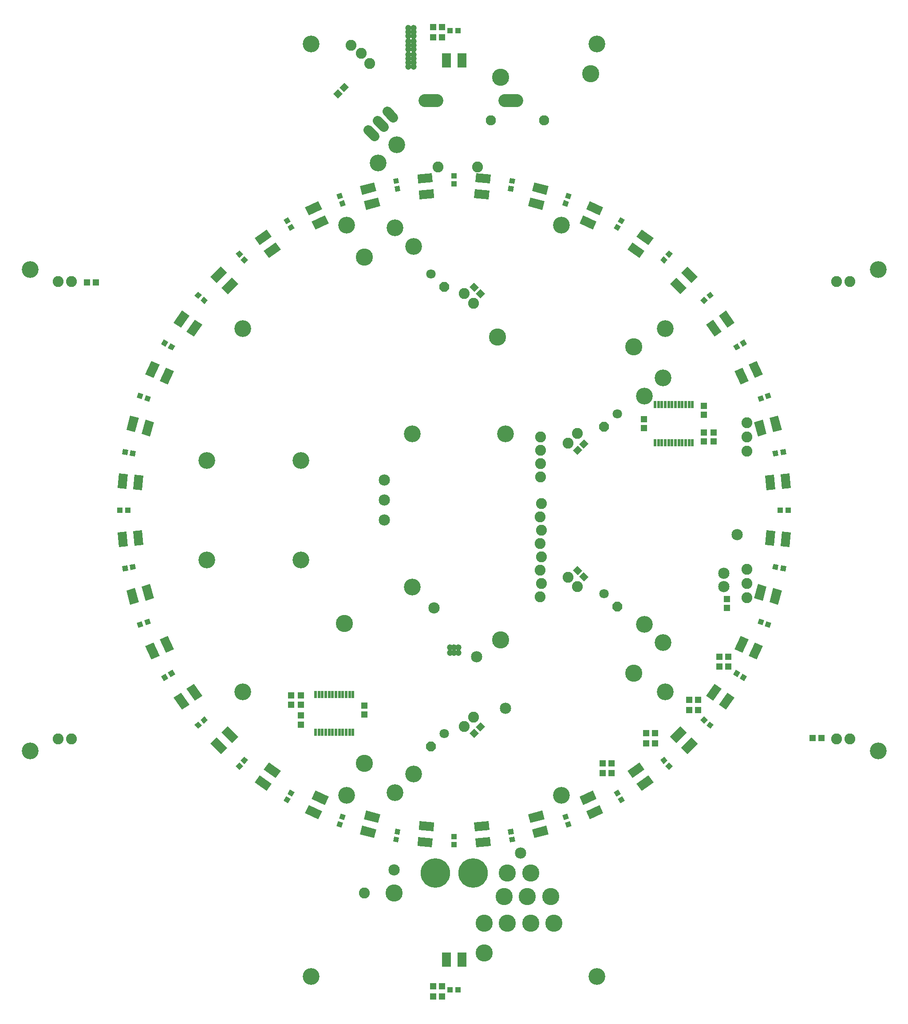
<source format=gbr>
G04 EAGLE Gerber RS-274X export*
G75*
%MOMM*%
%FSLAX34Y34*%
%LPD*%
%INSoldermask Bottom*%
%IPPOS*%
%AMOC8*
5,1,8,0,0,1.08239X$1,22.5*%
G01*
%ADD10C,3.203200*%
%ADD11R,1.703200X2.803200*%
%ADD12R,1.203200X1.303200*%
%ADD13C,2.082800*%
%ADD14R,0.603200X1.453200*%
%ADD15R,1.003200X1.003200*%
%ADD16R,1.003200X1.003200*%
%ADD17R,1.303200X1.203200*%
%ADD18P,1.951982X8X337.500000*%
%ADD19C,1.803400*%
%ADD20P,1.951982X8X247.500000*%
%ADD21C,1.193800*%
%ADD22C,1.828800*%
%ADD23C,1.930400*%
%ADD24C,2.451100*%
%ADD25C,2.153200*%
%ADD26C,3.269200*%
%ADD27C,5.619200*%


D10*
X-809070Y458580D03*
X-809070Y-458580D03*
X-403040Y-345960D03*
X-471920Y-95000D03*
X-291920Y-95000D03*
X-291920Y95000D03*
X-471920Y95000D03*
X-79880Y145970D03*
X-79880Y-146130D03*
X97920Y145970D03*
X-403040Y345960D03*
X-205050Y543950D03*
X205050Y543950D03*
X403040Y345960D03*
X809070Y458580D03*
X272450Y889200D03*
X-272450Y889200D03*
X-272450Y-889200D03*
X272450Y-889200D03*
X205050Y-543950D03*
X403040Y-345960D03*
X-205050Y-543950D03*
X809070Y-458580D03*
D11*
G36*
X-595435Y38029D02*
X-612402Y39513D01*
X-609959Y67437D01*
X-592992Y65953D01*
X-595435Y38029D01*
G37*
G36*
X-625321Y40643D02*
X-642288Y42127D01*
X-639845Y70051D01*
X-622878Y68567D01*
X-625321Y40643D01*
G37*
D12*
X520700Y-169300D03*
X520700Y-186300D03*
D13*
X558800Y-112522D03*
X558800Y-139700D03*
X558800Y-166878D03*
D11*
G36*
X-579783Y140846D02*
X-596234Y145254D01*
X-588979Y172330D01*
X-572528Y167922D01*
X-579783Y140846D01*
G37*
G36*
X-608761Y148610D02*
X-625212Y153018D01*
X-617957Y180094D01*
X-601506Y175686D01*
X-608761Y148610D01*
G37*
G36*
X-546521Y239380D02*
X-561956Y246578D01*
X-550109Y271982D01*
X-534674Y264784D01*
X-546521Y239380D01*
G37*
G36*
X-573711Y252058D02*
X-589146Y259256D01*
X-577299Y284660D01*
X-561864Y277462D01*
X-573711Y252058D01*
G37*
G36*
X-496646Y330651D02*
X-510598Y340420D01*
X-494520Y363381D01*
X-480568Y353612D01*
X-496646Y330651D01*
G37*
G36*
X-521220Y347859D02*
X-535172Y357628D01*
X-519094Y380589D01*
X-505142Y370820D01*
X-521220Y347859D01*
G37*
G36*
X-431692Y411871D02*
X-443735Y423914D01*
X-423914Y443735D01*
X-411871Y431692D01*
X-431692Y411871D01*
G37*
G36*
X-452906Y433085D02*
X-464949Y445128D01*
X-445128Y464949D01*
X-433085Y452906D01*
X-452906Y433085D01*
G37*
G36*
X-353612Y480568D02*
X-363381Y494520D01*
X-340420Y510598D01*
X-330651Y496646D01*
X-353612Y480568D01*
G37*
G36*
X-370820Y505142D02*
X-380589Y519094D01*
X-357628Y535172D01*
X-347859Y521220D01*
X-370820Y505142D01*
G37*
G36*
X-264784Y534674D02*
X-271982Y550109D01*
X-246578Y561956D01*
X-239380Y546521D01*
X-264784Y534674D01*
G37*
G36*
X-277462Y561864D02*
X-284660Y577299D01*
X-259256Y589146D01*
X-252058Y573711D01*
X-277462Y561864D01*
G37*
G36*
X-167922Y572528D02*
X-172330Y588979D01*
X-145254Y596234D01*
X-140846Y579783D01*
X-167922Y572528D01*
G37*
G36*
X-175686Y601506D02*
X-180094Y617957D01*
X-153018Y625212D01*
X-148610Y608761D01*
X-175686Y601506D01*
G37*
G36*
X-65953Y592992D02*
X-67437Y609959D01*
X-39513Y612402D01*
X-38029Y595435D01*
X-65953Y592992D01*
G37*
G36*
X-68567Y622878D02*
X-70051Y639845D01*
X-42127Y642288D01*
X-40643Y625321D01*
X-68567Y622878D01*
G37*
G36*
X38029Y595435D02*
X39513Y612402D01*
X67437Y609959D01*
X65953Y592992D01*
X38029Y595435D01*
G37*
G36*
X40643Y625321D02*
X42127Y642288D01*
X70051Y639845D01*
X68567Y622878D01*
X40643Y625321D01*
G37*
G36*
X140846Y579783D02*
X145254Y596234D01*
X172330Y588979D01*
X167922Y572528D01*
X140846Y579783D01*
G37*
G36*
X148610Y608761D02*
X153018Y625212D01*
X180094Y617957D01*
X175686Y601506D01*
X148610Y608761D01*
G37*
G36*
X239380Y546521D02*
X246578Y561956D01*
X271982Y550109D01*
X264784Y534674D01*
X239380Y546521D01*
G37*
G36*
X252058Y573711D02*
X259256Y589146D01*
X284660Y577299D01*
X277462Y561864D01*
X252058Y573711D01*
G37*
G36*
X330651Y496646D02*
X340420Y510598D01*
X363381Y494520D01*
X353612Y480568D01*
X330651Y496646D01*
G37*
G36*
X347859Y521220D02*
X357628Y535172D01*
X380589Y519094D01*
X370820Y505142D01*
X347859Y521220D01*
G37*
G36*
X411871Y431692D02*
X423914Y443735D01*
X443735Y423914D01*
X431692Y411871D01*
X411871Y431692D01*
G37*
G36*
X433085Y452906D02*
X445128Y464949D01*
X464949Y445128D01*
X452906Y433085D01*
X433085Y452906D01*
G37*
G36*
X480568Y353612D02*
X494520Y363381D01*
X510598Y340420D01*
X496646Y330651D01*
X480568Y353612D01*
G37*
G36*
X505142Y370820D02*
X519094Y380589D01*
X535172Y357628D01*
X521220Y347859D01*
X505142Y370820D01*
G37*
G36*
X534674Y264784D02*
X550109Y271982D01*
X561956Y246578D01*
X546521Y239380D01*
X534674Y264784D01*
G37*
G36*
X561864Y277462D02*
X577299Y284660D01*
X589146Y259256D01*
X573711Y252058D01*
X561864Y277462D01*
G37*
G36*
X572528Y167922D02*
X588979Y172330D01*
X596234Y145254D01*
X579783Y140846D01*
X572528Y167922D01*
G37*
G36*
X601506Y175686D02*
X617957Y180094D01*
X625212Y153018D01*
X608761Y148610D01*
X601506Y175686D01*
G37*
G36*
X592992Y65953D02*
X609959Y67437D01*
X612402Y39513D01*
X595435Y38029D01*
X592992Y65953D01*
G37*
G36*
X622878Y68567D02*
X639845Y70051D01*
X642288Y42127D01*
X625321Y40643D01*
X622878Y68567D01*
G37*
G36*
X595435Y-38029D02*
X612402Y-39513D01*
X609959Y-67437D01*
X592992Y-65953D01*
X595435Y-38029D01*
G37*
G36*
X625321Y-40643D02*
X642288Y-42127D01*
X639845Y-70051D01*
X622878Y-68567D01*
X625321Y-40643D01*
G37*
G36*
X579783Y-140846D02*
X596234Y-145254D01*
X588979Y-172330D01*
X572528Y-167922D01*
X579783Y-140846D01*
G37*
G36*
X608761Y-148610D02*
X625212Y-153018D01*
X617957Y-180094D01*
X601506Y-175686D01*
X608761Y-148610D01*
G37*
G36*
X546521Y-239380D02*
X561956Y-246578D01*
X550109Y-271982D01*
X534674Y-264784D01*
X546521Y-239380D01*
G37*
G36*
X573711Y-252058D02*
X589146Y-259256D01*
X577299Y-284660D01*
X561864Y-277462D01*
X573711Y-252058D01*
G37*
G36*
X496646Y-330651D02*
X510598Y-340420D01*
X494520Y-363381D01*
X480568Y-353612D01*
X496646Y-330651D01*
G37*
G36*
X521220Y-347859D02*
X535172Y-357628D01*
X519094Y-380589D01*
X505142Y-370820D01*
X521220Y-347859D01*
G37*
G36*
X431692Y-411871D02*
X443735Y-423914D01*
X423914Y-443735D01*
X411871Y-431692D01*
X431692Y-411871D01*
G37*
G36*
X452906Y-433085D02*
X464949Y-445128D01*
X445128Y-464949D01*
X433085Y-452906D01*
X452906Y-433085D01*
G37*
G36*
X353612Y-480568D02*
X363381Y-494520D01*
X340420Y-510598D01*
X330651Y-496646D01*
X353612Y-480568D01*
G37*
G36*
X370820Y-505142D02*
X380589Y-519094D01*
X357628Y-535172D01*
X347859Y-521220D01*
X370820Y-505142D01*
G37*
G36*
X264784Y-534674D02*
X271982Y-550109D01*
X246578Y-561956D01*
X239380Y-546521D01*
X264784Y-534674D01*
G37*
G36*
X277462Y-561864D02*
X284660Y-577299D01*
X259256Y-589146D01*
X252058Y-573711D01*
X277462Y-561864D01*
G37*
G36*
X167922Y-572528D02*
X172330Y-588979D01*
X145254Y-596234D01*
X140846Y-579783D01*
X167922Y-572528D01*
G37*
G36*
X175686Y-601506D02*
X180094Y-617957D01*
X153018Y-625212D01*
X148610Y-608761D01*
X175686Y-601506D01*
G37*
G36*
X65953Y-592992D02*
X67437Y-609959D01*
X39513Y-612402D01*
X38029Y-595435D01*
X65953Y-592992D01*
G37*
G36*
X68567Y-622878D02*
X70051Y-639845D01*
X42127Y-642288D01*
X40643Y-625321D01*
X68567Y-622878D01*
G37*
G36*
X-38029Y-595435D02*
X-39513Y-612402D01*
X-67437Y-609959D01*
X-65953Y-592992D01*
X-38029Y-595435D01*
G37*
G36*
X-40643Y-625321D02*
X-42127Y-642288D01*
X-70051Y-639845D01*
X-68567Y-622878D01*
X-40643Y-625321D01*
G37*
G36*
X-140846Y-579783D02*
X-145254Y-596234D01*
X-172330Y-588979D01*
X-167922Y-572528D01*
X-140846Y-579783D01*
G37*
G36*
X-148610Y-608761D02*
X-153018Y-625212D01*
X-180094Y-617957D01*
X-175686Y-601506D01*
X-148610Y-608761D01*
G37*
G36*
X-239380Y-546521D02*
X-246578Y-561956D01*
X-271982Y-550109D01*
X-264784Y-534674D01*
X-239380Y-546521D01*
G37*
G36*
X-252058Y-573711D02*
X-259256Y-589146D01*
X-284660Y-577299D01*
X-277462Y-561864D01*
X-252058Y-573711D01*
G37*
G36*
X-330651Y-496646D02*
X-340420Y-510598D01*
X-363381Y-494520D01*
X-353612Y-480568D01*
X-330651Y-496646D01*
G37*
G36*
X-347859Y-521220D02*
X-357628Y-535172D01*
X-380589Y-519094D01*
X-370820Y-505142D01*
X-347859Y-521220D01*
G37*
G36*
X-411871Y-431692D02*
X-423914Y-443735D01*
X-443735Y-423914D01*
X-431692Y-411871D01*
X-411871Y-431692D01*
G37*
G36*
X-433085Y-452906D02*
X-445128Y-464949D01*
X-464949Y-445128D01*
X-452906Y-433085D01*
X-433085Y-452906D01*
G37*
G36*
X-480568Y-353612D02*
X-494520Y-363381D01*
X-510598Y-340420D01*
X-496646Y-330651D01*
X-480568Y-353612D01*
G37*
G36*
X-505142Y-370820D02*
X-519094Y-380589D01*
X-535172Y-357628D01*
X-521220Y-347859D01*
X-505142Y-370820D01*
G37*
G36*
X-534674Y-264784D02*
X-550109Y-271982D01*
X-561956Y-246578D01*
X-546521Y-239380D01*
X-534674Y-264784D01*
G37*
G36*
X-561864Y-277462D02*
X-577299Y-284660D01*
X-589146Y-259256D01*
X-573711Y-252058D01*
X-561864Y-277462D01*
G37*
G36*
X-572528Y-167922D02*
X-588979Y-172330D01*
X-596234Y-145254D01*
X-579783Y-140846D01*
X-572528Y-167922D01*
G37*
G36*
X-601506Y-175686D02*
X-617957Y-180094D01*
X-625212Y-153018D01*
X-608761Y-148610D01*
X-601506Y-175686D01*
G37*
G36*
X-592992Y-65953D02*
X-609959Y-67437D01*
X-612402Y-39513D01*
X-595435Y-38029D01*
X-592992Y-65953D01*
G37*
G36*
X-622878Y-68567D02*
X-639845Y-70051D01*
X-642288Y-42127D01*
X-625321Y-40643D01*
X-622878Y-68567D01*
G37*
D14*
X454850Y128850D03*
X448350Y128850D03*
X441850Y128850D03*
X435350Y128850D03*
X428850Y128850D03*
X422350Y128850D03*
X415850Y128850D03*
X409350Y128850D03*
X402850Y128850D03*
X396350Y128850D03*
X389850Y128850D03*
X383350Y128850D03*
X396350Y201350D03*
X402850Y201350D03*
X409350Y201350D03*
X415850Y201350D03*
X422350Y201350D03*
X428850Y201350D03*
X435350Y201350D03*
X441850Y201350D03*
X448350Y201350D03*
X454850Y201350D03*
X389850Y201350D03*
X383350Y201350D03*
D15*
X-637500Y0D03*
X-622500Y0D03*
D16*
G36*
X-623748Y104892D02*
X-633626Y106634D01*
X-631884Y116512D01*
X-622006Y114770D01*
X-623748Y104892D01*
G37*
G36*
X-608976Y102288D02*
X-618854Y104030D01*
X-617112Y113908D01*
X-607234Y112166D01*
X-608976Y102288D01*
G37*
G36*
X-596061Y211606D02*
X-605487Y215038D01*
X-602055Y224464D01*
X-592629Y221032D01*
X-596061Y211606D01*
G37*
G36*
X-581965Y206476D02*
X-591391Y209908D01*
X-587959Y219334D01*
X-578533Y215902D01*
X-581965Y206476D01*
G37*
G36*
X-550260Y311899D02*
X-558946Y316915D01*
X-553930Y325601D01*
X-545244Y320585D01*
X-550260Y311899D01*
G37*
G36*
X-537270Y304399D02*
X-545956Y309415D01*
X-540940Y318101D01*
X-532254Y313085D01*
X-537270Y304399D01*
G37*
G36*
X-487737Y402715D02*
X-495421Y409163D01*
X-488973Y416847D01*
X-481289Y410399D01*
X-487737Y402715D01*
G37*
G36*
X-476247Y393073D02*
X-483931Y399521D01*
X-477483Y407205D01*
X-469799Y400757D01*
X-476247Y393073D01*
G37*
G36*
X-410399Y481289D02*
X-416847Y488973D01*
X-409163Y495421D01*
X-402715Y487737D01*
X-410399Y481289D01*
G37*
G36*
X-400757Y469799D02*
X-407205Y477483D01*
X-399521Y483931D01*
X-393073Y476247D01*
X-400757Y469799D01*
G37*
G36*
X-320585Y545244D02*
X-325601Y553930D01*
X-316915Y558946D01*
X-311899Y550260D01*
X-320585Y545244D01*
G37*
G36*
X-313085Y532254D02*
X-318101Y540940D01*
X-309415Y545956D01*
X-304399Y537270D01*
X-313085Y532254D01*
G37*
G36*
X-221032Y592629D02*
X-224464Y602055D01*
X-215038Y605487D01*
X-211606Y596061D01*
X-221032Y592629D01*
G37*
G36*
X-215902Y578533D02*
X-219334Y587959D01*
X-209908Y591391D01*
X-206476Y581965D01*
X-215902Y578533D01*
G37*
G36*
X-114770Y622006D02*
X-116512Y631884D01*
X-106634Y633626D01*
X-104892Y623748D01*
X-114770Y622006D01*
G37*
G36*
X-112166Y607234D02*
X-113908Y617112D01*
X-104030Y618854D01*
X-102288Y608976D01*
X-112166Y607234D01*
G37*
D15*
X0Y637500D03*
X0Y622500D03*
D16*
G36*
X104892Y623748D02*
X106634Y633626D01*
X116512Y631884D01*
X114770Y622006D01*
X104892Y623748D01*
G37*
G36*
X102288Y608976D02*
X104030Y618854D01*
X113908Y617112D01*
X112166Y607234D01*
X102288Y608976D01*
G37*
G36*
X211606Y596061D02*
X215038Y605487D01*
X224464Y602055D01*
X221032Y592629D01*
X211606Y596061D01*
G37*
G36*
X206476Y581965D02*
X209908Y591391D01*
X219334Y587959D01*
X215902Y578533D01*
X206476Y581965D01*
G37*
G36*
X311899Y550260D02*
X316915Y558946D01*
X325601Y553930D01*
X320585Y545244D01*
X311899Y550260D01*
G37*
G36*
X304399Y537270D02*
X309415Y545956D01*
X318101Y540940D01*
X313085Y532254D01*
X304399Y537270D01*
G37*
G36*
X402715Y487737D02*
X409163Y495421D01*
X416847Y488973D01*
X410399Y481289D01*
X402715Y487737D01*
G37*
G36*
X393073Y476247D02*
X399521Y483931D01*
X407205Y477483D01*
X400757Y469799D01*
X393073Y476247D01*
G37*
G36*
X481289Y410399D02*
X488973Y416847D01*
X495421Y409163D01*
X487737Y402715D01*
X481289Y410399D01*
G37*
G36*
X469799Y400757D02*
X477483Y407205D01*
X483931Y399521D01*
X476247Y393073D01*
X469799Y400757D01*
G37*
G36*
X545244Y320585D02*
X553930Y325601D01*
X558946Y316915D01*
X550260Y311899D01*
X545244Y320585D01*
G37*
G36*
X532254Y313085D02*
X540940Y318101D01*
X545956Y309415D01*
X537270Y304399D01*
X532254Y313085D01*
G37*
D12*
X476250Y199000D03*
X476250Y182000D03*
X361950Y156600D03*
X361950Y173600D03*
X495300Y148200D03*
X495300Y131200D03*
D14*
X-264350Y-351100D03*
X-257850Y-351100D03*
X-251350Y-351100D03*
X-244850Y-351100D03*
X-238350Y-351100D03*
X-231850Y-351100D03*
X-225350Y-351100D03*
X-218850Y-351100D03*
X-212350Y-351100D03*
X-205850Y-351100D03*
X-199350Y-351100D03*
X-192850Y-351100D03*
X-205850Y-423600D03*
X-212350Y-423600D03*
X-218850Y-423600D03*
X-225350Y-423600D03*
X-231850Y-423600D03*
X-238350Y-423600D03*
X-244850Y-423600D03*
X-251350Y-423600D03*
X-257850Y-423600D03*
X-264350Y-423600D03*
X-199350Y-423600D03*
X-192850Y-423600D03*
D16*
G36*
X592629Y221032D02*
X602055Y224464D01*
X605487Y215038D01*
X596061Y211606D01*
X592629Y221032D01*
G37*
G36*
X578533Y215902D02*
X587959Y219334D01*
X591391Y209908D01*
X581965Y206476D01*
X578533Y215902D01*
G37*
G36*
X622006Y114770D02*
X631884Y116512D01*
X633626Y106634D01*
X623748Y104892D01*
X622006Y114770D01*
G37*
G36*
X607234Y112166D02*
X617112Y113908D01*
X618854Y104030D01*
X608976Y102288D01*
X607234Y112166D01*
G37*
D15*
X637500Y0D03*
X622500Y0D03*
D16*
G36*
X623748Y-104892D02*
X633626Y-106634D01*
X631884Y-116512D01*
X622006Y-114770D01*
X623748Y-104892D01*
G37*
G36*
X608976Y-102288D02*
X618854Y-104030D01*
X617112Y-113908D01*
X607234Y-112166D01*
X608976Y-102288D01*
G37*
G36*
X596061Y-211606D02*
X605487Y-215038D01*
X602055Y-224464D01*
X592629Y-221032D01*
X596061Y-211606D01*
G37*
G36*
X581965Y-206476D02*
X591391Y-209908D01*
X587959Y-219334D01*
X578533Y-215902D01*
X581965Y-206476D01*
G37*
G36*
X550260Y-311899D02*
X558946Y-316915D01*
X553930Y-325601D01*
X545244Y-320585D01*
X550260Y-311899D01*
G37*
G36*
X537270Y-304399D02*
X545956Y-309415D01*
X540940Y-318101D01*
X532254Y-313085D01*
X537270Y-304399D01*
G37*
G36*
X487737Y-402715D02*
X495421Y-409163D01*
X488973Y-416847D01*
X481289Y-410399D01*
X487737Y-402715D01*
G37*
G36*
X476247Y-393073D02*
X483931Y-399521D01*
X477483Y-407205D01*
X469799Y-400757D01*
X476247Y-393073D01*
G37*
G36*
X410399Y-481289D02*
X416847Y-488973D01*
X409163Y-495421D01*
X402715Y-487737D01*
X410399Y-481289D01*
G37*
G36*
X400757Y-469799D02*
X407205Y-477483D01*
X399521Y-483931D01*
X393073Y-476247D01*
X400757Y-469799D01*
G37*
G36*
X320585Y-545244D02*
X325601Y-553930D01*
X316915Y-558946D01*
X311899Y-550260D01*
X320585Y-545244D01*
G37*
G36*
X313085Y-532254D02*
X318101Y-540940D01*
X309415Y-545956D01*
X304399Y-537270D01*
X313085Y-532254D01*
G37*
G36*
X221032Y-592629D02*
X224464Y-602055D01*
X215038Y-605487D01*
X211606Y-596061D01*
X221032Y-592629D01*
G37*
G36*
X215902Y-578533D02*
X219334Y-587959D01*
X209908Y-591391D01*
X206476Y-581965D01*
X215902Y-578533D01*
G37*
G36*
X114770Y-622006D02*
X116512Y-631884D01*
X106634Y-633626D01*
X104892Y-623748D01*
X114770Y-622006D01*
G37*
G36*
X112166Y-607234D02*
X113908Y-617112D01*
X104030Y-618854D01*
X102288Y-608976D01*
X112166Y-607234D01*
G37*
D15*
X0Y-637500D03*
X0Y-622500D03*
D16*
G36*
X-104892Y-623748D02*
X-106634Y-633626D01*
X-116512Y-631884D01*
X-114770Y-622006D01*
X-104892Y-623748D01*
G37*
G36*
X-102288Y-608976D02*
X-104030Y-618854D01*
X-113908Y-617112D01*
X-112166Y-607234D01*
X-102288Y-608976D01*
G37*
G36*
X-211606Y-596061D02*
X-215038Y-605487D01*
X-224464Y-602055D01*
X-221032Y-592629D01*
X-211606Y-596061D01*
G37*
G36*
X-206476Y-581965D02*
X-209908Y-591391D01*
X-219334Y-587959D01*
X-215902Y-578533D01*
X-206476Y-581965D01*
G37*
G36*
X-311899Y-550260D02*
X-316915Y-558946D01*
X-325601Y-553930D01*
X-320585Y-545244D01*
X-311899Y-550260D01*
G37*
G36*
X-304399Y-537270D02*
X-309415Y-545956D01*
X-318101Y-540940D01*
X-313085Y-532254D01*
X-304399Y-537270D01*
G37*
G36*
X-402715Y-487737D02*
X-409163Y-495421D01*
X-416847Y-488973D01*
X-410399Y-481289D01*
X-402715Y-487737D01*
G37*
G36*
X-393073Y-476247D02*
X-399521Y-483931D01*
X-407205Y-477483D01*
X-400757Y-469799D01*
X-393073Y-476247D01*
G37*
D12*
X-292100Y-408550D03*
X-292100Y-391550D03*
X-171450Y-372500D03*
X-171450Y-389500D03*
X-292100Y-370450D03*
X-292100Y-353450D03*
D16*
G36*
X-481289Y-410399D02*
X-488973Y-416847D01*
X-495421Y-409163D01*
X-487737Y-402715D01*
X-481289Y-410399D01*
G37*
G36*
X-469799Y-400757D02*
X-477483Y-407205D01*
X-483931Y-399521D01*
X-476247Y-393073D01*
X-469799Y-400757D01*
G37*
G36*
X-545244Y-320585D02*
X-553930Y-325601D01*
X-558946Y-316915D01*
X-550260Y-311899D01*
X-545244Y-320585D01*
G37*
G36*
X-532254Y-313085D02*
X-540940Y-318101D01*
X-545956Y-309415D01*
X-537270Y-304399D01*
X-532254Y-313085D01*
G37*
G36*
X-592629Y-221032D02*
X-602055Y-224464D01*
X-605487Y-215038D01*
X-596061Y-211606D01*
X-592629Y-221032D01*
G37*
G36*
X-578533Y-215902D02*
X-587959Y-219334D01*
X-591391Y-209908D01*
X-581965Y-206476D01*
X-578533Y-215902D01*
G37*
G36*
X-622006Y-114770D02*
X-631884Y-116512D01*
X-633626Y-106634D01*
X-623748Y-104892D01*
X-622006Y-114770D01*
G37*
G36*
X-607234Y-112166D02*
X-617112Y-113908D01*
X-618854Y-104030D01*
X-608976Y-102288D01*
X-607234Y-112166D01*
G37*
D17*
X505850Y-298450D03*
X522850Y-298450D03*
D18*
X-19178Y425578D03*
D19*
X-44322Y450722D03*
D20*
X285878Y158878D03*
D19*
X311022Y184022D03*
D18*
X311022Y-184022D03*
D19*
X285878Y-158878D03*
D20*
X-44322Y-450722D03*
D19*
X-19178Y-425578D03*
D12*
X476250Y131200D03*
X476250Y148200D03*
X-311150Y-353450D03*
X-311150Y-370450D03*
D17*
X522850Y-279400D03*
X505850Y-279400D03*
D21*
X-87550Y919860D03*
X-77550Y919860D03*
X-87550Y911860D03*
X-77550Y911860D03*
X-87550Y903860D03*
X-77550Y903860D03*
X-87550Y894460D03*
X-77550Y894460D03*
X-87550Y886460D03*
X-77550Y886460D03*
X-87550Y878460D03*
X-77550Y878460D03*
X-87550Y869060D03*
X-77550Y869060D03*
X-87550Y861060D03*
X-77550Y861060D03*
X-87550Y853060D03*
X-77550Y853060D03*
X-87550Y845440D03*
X-77550Y845440D03*
D13*
X-161020Y851374D03*
X-176902Y870848D03*
X-196376Y886730D03*
D17*
G36*
X-218751Y805757D02*
X-209537Y814971D01*
X-201029Y806463D01*
X-210243Y797249D01*
X-218751Y805757D01*
G37*
G36*
X-230771Y793737D02*
X-221557Y802951D01*
X-213049Y794443D01*
X-222263Y785229D01*
X-230771Y793737D01*
G37*
D21*
X-8000Y-271700D03*
X-8000Y-261700D03*
X0Y-271700D03*
X0Y-261700D03*
X8000Y-271700D03*
X8000Y-261700D03*
D10*
X-112928Y538378D03*
X-77572Y503022D03*
X398678Y252628D03*
X363322Y217272D03*
X363322Y-217272D03*
X398678Y-252628D03*
X-77572Y-503022D03*
X-112928Y-538378D03*
D13*
X163830Y-165100D03*
X166370Y-139700D03*
X163830Y-114300D03*
X166370Y-88900D03*
X163830Y-63500D03*
X166370Y-38100D03*
X163830Y-12700D03*
X166370Y12700D03*
X44450Y654050D03*
X-30550Y654050D03*
D15*
X7500Y914400D03*
X-7500Y914400D03*
X7500Y-914400D03*
X-7500Y-914400D03*
D11*
X-15000Y857250D03*
X15000Y857250D03*
X-15000Y-857250D03*
X15000Y-857250D03*
D13*
X-755420Y435610D03*
X-730020Y435610D03*
X755420Y-435750D03*
X730020Y-435750D03*
X19050Y412750D03*
X37011Y394789D03*
X234950Y146050D03*
X216989Y128089D03*
X234950Y-146050D03*
X216989Y-128089D03*
X19050Y-412750D03*
X37011Y-394789D03*
D22*
X-151913Y712892D02*
X-163408Y724387D01*
X-145447Y742347D02*
X-133953Y730853D01*
X-115992Y748813D02*
X-127487Y760308D01*
D23*
X69850Y742950D03*
X171450Y742950D03*
D24*
X119190Y781050D02*
X96711Y781050D01*
X-33211Y781050D02*
X-55690Y781050D01*
D10*
X-144678Y661772D03*
X-109322Y697128D03*
D17*
X-683650Y434340D03*
X-700650Y434340D03*
X683650Y-434200D03*
X700650Y-434200D03*
G36*
X38793Y416249D02*
X29579Y425463D01*
X38087Y433971D01*
X47301Y424757D01*
X38793Y416249D01*
G37*
G36*
X50813Y404229D02*
X41599Y413443D01*
X50107Y421951D01*
X59321Y412737D01*
X50813Y404229D01*
G37*
G36*
X238449Y126307D02*
X247663Y135521D01*
X256171Y127013D01*
X246957Y117799D01*
X238449Y126307D01*
G37*
G36*
X226429Y114287D02*
X235643Y123501D01*
X244151Y114993D01*
X234937Y105779D01*
X226429Y114287D01*
G37*
G36*
X246957Y-117799D02*
X256171Y-127013D01*
X247663Y-135521D01*
X238449Y-126307D01*
X246957Y-117799D01*
G37*
G36*
X234937Y-105779D02*
X244151Y-114993D01*
X235643Y-123501D01*
X226429Y-114287D01*
X234937Y-105779D01*
G37*
G36*
X47301Y-424757D02*
X38087Y-433971D01*
X29579Y-425463D01*
X38793Y-416249D01*
X47301Y-424757D01*
G37*
G36*
X59321Y-412737D02*
X50107Y-421951D01*
X41599Y-413443D01*
X50813Y-404229D01*
X59321Y-412737D01*
G37*
D13*
X558800Y166878D03*
X558800Y139700D03*
X558800Y112522D03*
X165100Y63500D03*
X165100Y88900D03*
X165100Y114300D03*
X165100Y139700D03*
D25*
X-38100Y-186690D03*
D13*
X-755420Y-435750D03*
X-730020Y-435750D03*
X755420Y435750D03*
X730020Y435750D03*
D26*
X260350Y831850D03*
X-209550Y-215900D03*
X88900Y-247650D03*
X82550Y330200D03*
D25*
X-133350Y57150D03*
X-133350Y19050D03*
X-133350Y-19050D03*
D17*
X448700Y-381000D03*
X465700Y-381000D03*
X465700Y-361950D03*
X448700Y-361950D03*
X366150Y-444500D03*
X383150Y-444500D03*
X383150Y-425450D03*
X366150Y-425450D03*
X283600Y-501650D03*
X300600Y-501650D03*
X300600Y-482600D03*
X283600Y-482600D03*
X-40250Y901700D03*
X-23250Y901700D03*
X-23250Y920750D03*
X-40250Y920750D03*
X-40250Y-927100D03*
X-23250Y-927100D03*
X-23250Y-908050D03*
X-40250Y-908050D03*
D25*
X514350Y-146050D03*
X43180Y-279400D03*
X539750Y-46990D03*
D26*
X-114300Y-730250D03*
D25*
X-114300Y-685800D03*
D26*
X57150Y-844550D03*
X101600Y-787400D03*
X146050Y-787400D03*
X190500Y-787400D03*
X139700Y-736600D03*
D25*
X127000Y-654050D03*
D26*
X101600Y-692150D03*
X146050Y-692150D03*
X-171450Y482600D03*
X-171450Y-482600D03*
X342900Y-311150D03*
X342900Y311150D03*
D27*
X-36000Y-692150D03*
X36000Y-692150D03*
D26*
X95250Y-736600D03*
D13*
X-171450Y-730250D03*
D26*
X57150Y-787400D03*
D25*
X514350Y-120650D03*
X98033Y-378020D03*
D26*
X88900Y825500D03*
X184150Y-736600D03*
M02*

</source>
